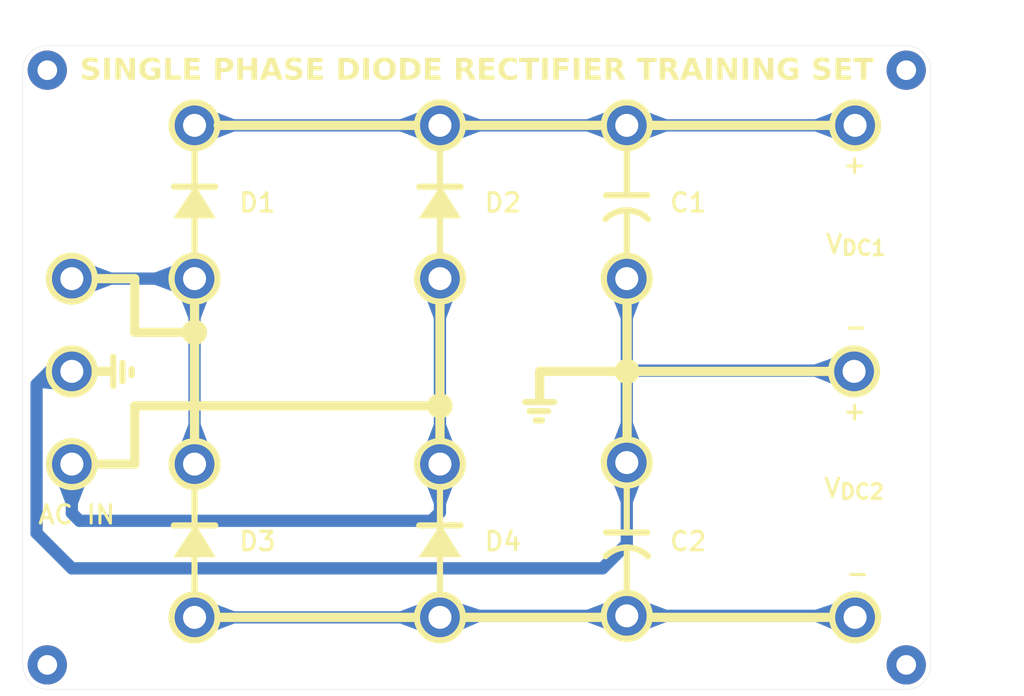
<source format=kicad_pcb>
(kicad_pcb (version 20240108) (generator "pcbnew") (generator_version "8.0")
  (layers (0 "F.Cu" signal) (31 "B.Cu" signal) (34 "B.Paste" user) (35 "F.Paste" user) (36 "B.SilkS" user "B.Silkscreen") (37 "F.SilkS" user "F.Silkscreen") (38 "B.Mask" user) (39 "F.Mask" user) (44 "Edge.Cuts" user))
  (net 0 "")
  (net 1 "Net-(D1-K)")
  (net 2 "Net-(D1-A)")
  (net 3 "Net-(D2-A)")
  (net 4 "Net-(D3-A)")
  (net 5 "GND")
  (footprint "Library:Diode-Plugin" (layer "F.Cu") (at 128.5 59.25)
    (property "Reference" "D2")
    (property "Value" "D")
    (fp_line (start -3.375 -2.5) (end 3.375 -2.5) (stroke (width 1)) (layer "F.SilkS"))
    (fp_line (start 0 -8.6) (end 0 8.7) (stroke (width 1)) (layer "F.SilkS"))
    (fp_circle (center 0 -12.5) (end 3.75 -12.5) (stroke (width 1)) (fill none) (layer "F.SilkS"))
    (fp_circle (center 0 12.5) (end 3.75 12.5) (stroke (width 1)) (fill none) (layer "F.SilkS"))
    (fp_poly (pts (xy -3.375 2.625) (xy 3.375 2.625) (xy 0.125 -2.625)) (stroke (width 0.1)) (fill solid) (layer "F.SilkS"))
    (pad "1" thru_hole circle (at 0 -12.5) (size 6.5 6.5) (drill 3.75) (layers "*.Cu" "*.Mask") (net 1 "Net-(D1-K)"))
    (pad "2" thru_hole circle (at 0 12.5) (size 6.5 6.5) (drill 3.75) (layers "*.Cu" "*.Mask") (net 3 "Net-(D2-A)"))
  )
  (footprint "Library:Capacitor-Plugin_Electrolyte" (layer "F.Cu") (at 158.95 59.25)
    (property "Reference" "C5")
    (property "Value" "C_Small")
    (fp_line (start -3.375 -1.1) (end 3.375 -1.1) (stroke (width 1)) (layer "F.SilkS"))
    (fp_line (start 0 -8.7) (end 0 -1.1) (stroke (width 1)) (layer "F.SilkS"))
    (fp_line (start 0 1.35) (end 0 8.75) (stroke (width 1)) (layer "F.SilkS"))
    (fp_arc (start -3.465228 2.785344) (mid 0 1.35) (end 3.465228 2.785344) (stroke (width 1)) (layer "F.SilkS"))
    (fp_circle (center 0 -12.5) (end 3.75 -12.5) (stroke (width 1)) (fill none) (layer "F.SilkS"))
    (fp_circle (center 0 12.5) (end 3.75 12.5) (stroke (width 1)) (fill none) (layer "F.SilkS"))
    (pad "1" thru_hole circle (at 0 -12.5) (size 6.5 6.5) (drill 3.75) (layers "*.Cu" "*.Mask") (net 1 "Net-(D1-K)"))
    (pad "2" thru_hole circle (at 0 12.5) (size 6.5 6.5) (drill 3.75) (layers "*.Cu" "*.Mask") (net 5 "GND"))
  )
  (footprint "Library:MountingHole_3.2mm_M3_Pad" (layer "F.Cu") (at 204.5 37.75)
    (property "Reference" "H2")
    (property "Value" "MountingHole")
    (pad "1" thru_hole circle (at 0 0) (size 6.4 6.4) (drill 3.2) (layers "*.Cu" "*.Mask"))
  )
  (footprint "Library:MountingHole_3.2mm_M3_Pad" (layer "F.Cu") (at 64.5 37.75)
    (property "Reference" "H1")
    (property "Value" "MountingHole")
    (pad "1" thru_hole circle (at 0 0) (size 6.4 6.4) (drill 3.2) (layers "*.Cu" "*.Mask"))
  )
  (footprint "Library:Capacitor-Plugin_Electrolyte" (layer "F.Cu") (at 158.95 114.25)
    (property "Reference" "C6")
    (property "Value" "C_Small")
    (fp_line (start -3.375 -1.1) (end 3.375 -1.1) (stroke (width 1)) (layer "F.SilkS"))
    (fp_line (start 0 -8.7) (end 0 -1.1) (stroke (width 1)) (layer "F.SilkS"))
    (fp_line (start 0 1.35) (end 0 8.75) (stroke (width 1)) (layer "F.SilkS"))
    (fp_arc (start -3.465228 2.785344) (mid 0 1.35) (end 3.465228 2.785344) (stroke (width 1)) (layer "F.SilkS"))
    (fp_circle (center 0 -12.5) (end 3.75 -12.5) (stroke (width 1)) (fill none) (layer "F.SilkS"))
    (fp_circle (center 0 12.5) (end 3.75 12.5) (stroke (width 1)) (fill none) (layer "F.SilkS"))
    (pad "1" thru_hole circle (at 0 -12.5) (size 6.5 6.5) (drill 3.75) (layers "*.Cu" "*.Mask") (net 5 "GND"))
    (pad "2" thru_hole circle (at 0 12.5) (size 6.5 6.5) (drill 3.75) (layers "*.Cu" "*.Mask") (net 4 "Net-(D3-A)"))
  )
  (footprint "Library:Banana_2mm" (layer "F.Cu") (at 196 86.875)
    (property "Reference" "J6" (hide yes))
    (property "Value" "Conn_01x01_Pin" (hide yes))
    (fp_circle (center 0 0) (end 3.75 0) (stroke (width 1)) (fill none) (layer "F.SilkS"))
    (pad "1" thru_hole circle (at 0 0) (size 6.5 6.5) (drill 3.75) (layers "*.Cu" "*.Mask") (net 5 "GND"))
  )
  (footprint "Library:Diode-Plugin" (layer "F.Cu") (at 128.5 114.5)
    (property "Reference" "D4")
    (property "Value" "D")
    (fp_line (start -3.375 -2.5) (end 3.375 -2.5) (stroke (width 1)) (layer "F.SilkS"))
    (fp_line (start 0 -8.6) (end 0 8.7) (stroke (width 1)) (layer "F.SilkS"))
    (fp_circle (center 0 -12.5) (end 3.75 -12.5) (stroke (width 1)) (fill none) (layer "F.SilkS"))
    (fp_circle (center 0 12.5) (end 3.75 12.5) (stroke (width 1)) (fill none) (layer "F.SilkS"))
    (fp_poly (pts (xy -3.375 2.625) (xy 3.375 2.625) (xy 0.125 -2.625)) (stroke (width 0.1)) (fill solid) (layer "F.SilkS"))
    (pad "1" thru_hole circle (at 0 -12.5) (size 6.5 6.5) (drill 3.75) (layers "*.Cu" "*.Mask") (net 3 "Net-(D2-A)"))
    (pad "2" thru_hole circle (at 0 12.5) (size 6.5 6.5) (drill 3.75) (layers "*.Cu" "*.Mask") (net 4 "Net-(D3-A)"))
  )
  (footprint "Library:Diode-Plugin" (layer "F.Cu") (at 88.5 59.25)
    (property "Reference" "D1")
    (property "Value" "D")
    (fp_line (start -3.375 -2.5) (end 3.375 -2.5) (stroke (width 1)) (layer "F.SilkS"))
    (fp_line (start 0 -8.6) (end 0 8.7) (stroke (width 1)) (layer "F.SilkS"))
    (fp_circle (center 0 -12.5) (end 3.75 -12.5) (stroke (width 1)) (fill none) (layer "F.SilkS"))
    (fp_circle (center 0 12.5) (end 3.75 12.5) (stroke (width 1)) (fill none) (layer "F.SilkS"))
    (fp_poly (pts (xy -3.375 2.625) (xy 3.375 2.625) (xy 0.125 -2.625)) (stroke (width 0.1)) (fill solid) (layer "F.SilkS"))
    (pad "1" thru_hole circle (at 0 -12.5) (size 6.5 6.5) (drill 3.75) (layers "*.Cu" "*.Mask") (net 1 "Net-(D1-K)"))
    (pad "2" thru_hole circle (at 0 12.5) (size 6.5 6.5) (drill 3.75) (layers "*.Cu" "*.Mask") (net 2 "Net-(D1-A)"))
  )
  (footprint "Library:MountingHole_3.2mm_M3_Pad" (layer "F.Cu") (at 64.5 134.75)
    (property "Reference" "H3")
    (property "Value" "MountingHole")
    (pad "1" thru_hole circle (at 0 0) (size 6.4 6.4) (drill 3.2) (layers "*.Cu" "*.Mask"))
  )
  (footprint "Library:Banana_2mm" (layer "F.Cu") (at 196.164285 46.75)
    (property "Reference" "J3" (hide yes))
    (property "Value" "Conn_01x01_Pin" (hide yes))
    (fp_circle (center 0 0) (end 3.75 0) (stroke (width 1)) (fill none) (layer "F.SilkS"))
    (pad "1" thru_hole circle (at 0 0) (size 6.5 6.5) (drill 3.75) (layers "*.Cu" "*.Mask") (net 1 "Net-(D1-K)"))
  )
  (footprint "Library:Banana_2mm" (layer "F.Cu") (at 68.5 102)
    (property "Reference" "J2" (hide yes))
    (property "Value" "Conn_01x01_Pin" (hide yes))
    (fp_circle (center 0 0) (end 3.75 0) (stroke (width 1)) (fill none) (layer "F.SilkS"))
    (pad "1" thru_hole circle (at 0 0) (size 6.5 6.5) (drill 3.75) (layers "*.Cu" "*.Mask") (net 3 "Net-(D2-A)"))
  )
  (footprint "Library:Banana_2mm" (layer "F.Cu") (at 68.5 86.875)
    (property "Reference" "J5" (hide yes))
    (property "Value" "Conn_01x01_Pin" (hide yes))
    (fp_circle (center 0 0) (end 3.75 0) (stroke (width 1)) (fill none) (layer "F.SilkS"))
    (pad "1" thru_hole circle (at 0 0) (size 6.5 6.5) (drill 3.75) (layers "*.Cu" "*.Mask") (net 5 "GND"))
  )
  (footprint "Library:Banana_2mm" (layer "F.Cu") (at 68.5 71.75)
    (property "Reference" "J1" (hide yes))
    (property "Value" "Conn_01x01_Pin" (hide yes))
    (fp_circle (center 0 0) (end 3.75 0) (stroke (width 1)) (fill none) (layer "F.SilkS"))
    (pad "1" thru_hole circle (at 0 0) (size 6.5 6.5) (drill 3.75) (layers "*.Cu" "*.Mask") (net 2 "Net-(D1-A)"))
  )
  (footprint "Library:MountingHole_3.2mm_M3_Pad" (layer "F.Cu") (at 204.5 134.75)
    (property "Reference" "H4")
    (property "Value" "MountingHole")
    (pad "1" thru_hole circle (at 0 0) (size 6.4 6.4) (drill 3.2) (layers "*.Cu" "*.Mask"))
  )
  (footprint "Library:Diode-Plugin" (layer "F.Cu") (at 88.5 114.5)
    (property "Reference" "D3")
    (property "Value" "D")
    (fp_line (start -3.375 -2.5) (end 3.375 -2.5) (stroke (width 1)) (layer "F.SilkS"))
    (fp_line (start 0 -8.6) (end 0 8.7) (stroke (width 1)) (layer "F.SilkS"))
    (fp_circle (center 0 -12.5) (end 3.75 -12.5) (stroke (width 1)) (fill none) (layer "F.SilkS"))
    (fp_circle (center 0 12.5) (end 3.75 12.5) (stroke (width 1)) (fill none) (layer "F.SilkS"))
    (fp_poly (pts (xy -3.375 2.625) (xy 3.375 2.625) (xy 0.125 -2.625)) (stroke (width 0.1)) (fill solid) (layer "F.SilkS"))
    (pad "1" thru_hole circle (at 0 -12.5) (size 6.5 6.5) (drill 3.75) (layers "*.Cu" "*.Mask") (net 2 "Net-(D1-A)"))
    (pad "2" thru_hole circle (at 0 12.5) (size 6.5 6.5) (drill 3.75) (layers "*.Cu" "*.Mask") (net 4 "Net-(D3-A)"))
  )
  (footprint "Library:Banana_2mm" (layer "F.Cu") (at 196.164285 127)
    (property "Reference" "J4" (hide yes))
    (property "Value" "Conn_01x01_Pin" (hide yes))
    (fp_circle (center 0 0) (end 3.75 0) (stroke (width 1)) (fill none) (layer "F.SilkS"))
    (pad "1" thru_hole circle (at 0 0) (size 6.5 6.5) (drill 3.75) (layers "*.Cu" "*.Mask") (net 4 "Net-(D3-A)"))
  )
  (gr_line (start 92.35 46.75) (end 124.45 46.75) (stroke (width 1.5)) (layer "F.SilkS"))
  (gr_line (start 88.5 75.8) (end 88.5 97.95) (stroke (width 1.5)) (layer "F.SilkS"))
  (gr_circle (center 128.5 92.5) (end 130.5 92.5) (stroke (width 0.1)) (fill solid) (layer "F.SilkS"))
  (gr_line (start 132.55 127) (end 154.95 127) (stroke (width 1.5)) (layer "F.SilkS"))
  (gr_circle (center 159 86.875) (end 161 86.875) (stroke (width 0.1)) (fill solid) (layer "F.SilkS"))
  (gr_line (start 128.5 75.85) (end 128.5 97.95) (stroke (width 1.5)) (layer "F.SilkS"))
  (gr_line (start 144.75 86.875) (end 144.75 91.625) (stroke (width 1.5)) (layer "F.SilkS"))
  (gr_line (start 78.75 92.5) (end 78.75 102) (stroke (width 1.5)) (layer "F.SilkS"))
  (gr_line (start 72.55 102) (end 78.75 102) (stroke (width 1.5)) (layer "F.SilkS"))
  (gr_line (start 72.6 71.75) (end 78.75 71.75) (stroke (width 1.5)) (layer "F.SilkS"))
  (gr_line (start 92.55 127) (end 124.5 127) (stroke (width 1.5)) (layer "F.SilkS"))
  (gr_line (start 72.6 86.875) (end 75 86.875) (stroke (width 1.5)) (layer "F.SilkS"))
  (gr_circle (center 88.5 80.5) (end 90.5 80.5) (stroke (width 0.1)) (fill solid) (layer "F.SilkS"))
  (gr_line (start 163 46.75) (end 192.15 46.75) (stroke (width 1.5)) (layer "F.SilkS"))
  (gr_line (start 144.75 86.875) (end 191.85 86.875) (stroke (width 1.5)) (layer "F.SilkS"))
  (gr_line (start 143.125 93.375) (end 146.125 93.375) (stroke (width 1)) (layer "F.SilkS"))
  (gr_line (start 162.95 127) (end 192.1 127) (stroke (width 1.5)) (layer "F.SilkS"))
  (gr_line (start 78.25 87.5) (end 78.25 86.5) (stroke (width 1)) (layer "F.SilkS"))
  (gr_line (start 159 75.85) (end 159 97.7) (stroke (width 1.5)) (layer "F.SilkS"))
  (gr_line (start 75.25 89.25) (end 75.25 84.5) (stroke (width 1)) (layer "F.SilkS"))
  (gr_line (start 132.55 46.75) (end 154.85 46.75) (stroke (width 1.5)) (layer "F.SilkS"))
  (gr_line (start 78.75 80.5) (end 78.75 71.75) (stroke (width 1.5)) (layer "F.SilkS"))
  (gr_line (start 78.75 92.5) (end 128.3 92.5) (stroke (width 1.5)) (layer "F.SilkS"))
  (gr_line (start 142.375 91.875) (end 147.125 91.875) (stroke (width 1)) (layer "F.SilkS"))
  (gr_line (start 144.125 94.875) (end 145.125 94.875) (stroke (width 1)) (layer "F.SilkS"))
  (gr_line (start 78.75 80.5) (end 88.25 80.5) (stroke (width 1.5)) (layer "F.SilkS"))
  (gr_line (start 76.75 88.5) (end 76.75 85.5) (stroke (width 1)) (layer "F.SilkS"))
  (gr_line (start 208.5 37.75) (end 208.5 134.75) (stroke (width 0.05)) (layer "Edge.Cuts"))
  (gr_line (start 204.5 138.75) (end 64.5 138.75) (stroke (width 0.05)) (layer "Edge.Cuts"))
  (gr_line (start 60.5 134.75) (end 60.5 37.75) (stroke (width 0.05)) (layer "Edge.Cuts"))
  (gr_line (start 64.5 33.75) (end 204.5 33.75) (stroke (width 0.05)) (layer "Edge.Cuts"))
  (gr_arc (start 204.5 33.75) (mid 207.328427 34.921573) (end 208.5 37.75) (stroke (width 0.05)) (layer "Edge.Cuts"))
  (gr_arc (start 60.492196 37.75) (mid 61.666055 34.916055) (end 64.5 33.742196) (stroke (width 0.05)) (layer "Edge.Cuts"))
  (gr_arc (start 208.5 134.75) (mid 207.328427 137.578427) (end 204.5 138.75) (stroke (width 0.05)) (layer "Edge.Cuts"))
  (gr_arc (start 64.5 138.75) (mid 61.671573 137.578427) (end 60.5 134.75) (stroke (width 0.05)) (layer "Edge.Cuts"))
  (gr_text "V_{DC2}" (at 190.85 107.65 0) (layer "F.SilkS") (effects (font (size 3 3) (thickness 0.5) (bold yes)) (justify left bottom)))
  (gr_text "-" (at 194.4 121.55 0) (layer "F.SilkS") (effects (font (size 3 3) (thickness 0.5) (bold yes)) (justify left bottom)))
  (gr_text "D4" (at 135.5 116.3675 0) (layer "F.SilkS") (effects (font (size 3 3) (thickness 0.5) (bold yes)) (justify left bottom)))
  (gr_text "SINGLE PHASE DIODE RECTIFIER TRAINING SET" (at 134.5 37.85 0) (layer "F.SilkS") (effects (font (size 3.5 3.5) (thickness 0.5) (bold yes))))
  (gr_text "C2" (at 165.7 116.3675 0) (layer "F.SilkS") (effects (font (size 3 3) (thickness 0.5) (bold yes)) (justify left bottom)))
  (gr_text "V_{DC1}" (at 191.15 67.9 0) (layer "F.SilkS") (effects (font (size 3 3) (thickness 0.5) (bold yes)) (justify left bottom)))
  (gr_text "C1" (at 165.7 61.1175 0) (layer "F.SilkS") (effects (font (size 3 3) (thickness 0.5) (bold yes)) (justify left bottom)))
  (gr_text "D3" (at 95.5 116.3675 0) (layer "F.SilkS") (effects (font (size 3 3) (thickness 0.5) (bold yes)) (justify left bottom)))
  (gr_text "+" (at 193.9 95.1 0) (layer "F.SilkS") (effects (font (size 3 3) (thickness 0.5) (bold yes)) (justify left bottom)))
  (gr_text "D2" (at 135.5 61.1175 0) (layer "F.SilkS") (effects (font (size 3 3) (thickness 0.5) (bold yes)) (justify left bottom)))
  (gr_text "AC IN" (at 62.75 112 0) (layer "F.SilkS") (effects (font (size 3 3) (thickness 0.5) (bold yes)) (justify left bottom)))
  (gr_text "D1" (at 95.5 61.1175 0) (layer "F.SilkS") (effects (font (size 3 3) (thickness 0.5) (bold yes)) (justify left bottom)))
  (gr_text "-" (at 194.15 81.35 0) (layer "F.SilkS") (effects (font (size 3 3) (thickness 0.5) (bold yes)) (justify left bottom)))
  (gr_text "+" (at 193.9 54.9 0) (layer "F.SilkS") (effects (font (size 3 3) (thickness 0.5) (bold yes)) (justify left bottom)))
  (segment (start 159 46.75) (end 196.164285 46.75) (width 2) (layer "B.Cu") (net 1))
  (segment (start 88.5 46.75) (end 128.5 46.75) (width 2) (layer "B.Cu") (net 1))
  (segment (start 128.5 46.75) (end 158.95 46.75) (width 2) (layer "B.Cu") (net 1))
  (segment (start 158.95 46.8) (end 159 46.75) (width 2) (layer "B.Cu") (net 1))
  (segment (start 88.5 102) (end 88.5 80.5) (width 2) (layer "B.Cu") (net 2))
  (segment (start 88.5 80.5) (end 88.5 71.75) (width 2) (layer "B.Cu") (net 2))
  (segment (start 68.5 71.75) (end 88.5 71.75) (width 2) (layer "B.Cu") (net 2))
  (segment (start 128.5 102) (end 128.5 71.75) (width 2) (layer "B.Cu") (net 3))
  (segment (start 127.1 111.25) (end 128.5 109.85) (width 2) (layer "B.Cu") (net 3))
  (segment (start 68.5 102) (end 68.5 110) (width 2) (layer "B.Cu") (net 3))
  (segment (start 69.75 111.25) (end 127.1 111.25) (width 2) (layer "B.Cu") (net 3))
  (segment (start 128.5 109.85) (end 128.5 102) (width 2) (layer "B.Cu") (net 3))
  (segment (start 68.5 110) (end 69.75 111.25) (width 2) (layer "B.Cu") (net 3))
  (segment (start 158.95 126.95) (end 159 127) (width 2) (layer "B.Cu") (net 4))
  (segment (start 129.65 126.75) (end 158.95 126.75) (width 2) (layer "B.Cu") (net 4))
  (segment (start 129.4 127) (end 129.65 126.75) (width 2) (layer "B.Cu") (net 4))
  (segment (start 88.5 127) (end 128.5 127) (width 2) (layer "B.Cu") (net 4))
  (segment (start 128.5 127) (end 129.4 127) (width 2) (layer "B.Cu") (net 4))
  (segment (start 158.95 126.75) (end 195.914285 126.75) (width 2) (layer "B.Cu") (net 4))
  (segment (start 195.914285 126.75) (end 196.164285 127) (width 2) (layer "B.Cu") (net 4))
  (segment (start 155 119) (end 158.95 115.05) (width 2) (layer "B.Cu") (net 5))
  (segment (start 68.5 86.875) (end 64.875 86.875) (width 2) (layer "B.Cu") (net 5))
  (segment (start 158.95 115.05) (end 158.95 101.75) (width 2) (layer "B.Cu") (net 5))
  (segment (start 158.95 72) (end 158.95 86.75) (width 2) (layer "B.Cu") (net 5))
  (segment (start 62.75 113.25) (end 68.5 119) (width 2) (layer "B.Cu") (net 5))
  (segment (start 196 86.875) (end 195.875 86.75) (width 2) (layer "B.Cu") (net 5))
  (segment (start 158.95 86.75) (end 158.95 101.75) (width 2) (layer "B.Cu") (net 5))
  (segment (start 195.875 86.75) (end 158.95 86.75) (width 2) (layer "B.Cu") (net 5))
  (segment (start 68.5 119) (end 155 119) (width 2) (layer "B.Cu") (net 5))
  (segment (start 62.75 89) (end 62.75 113.25) (width 2) (layer "B.Cu") (net 5))
  (segment (start 64.875 86.875) (end 62.75 89) (width 2) (layer "B.Cu") (net 5))
)
</source>
